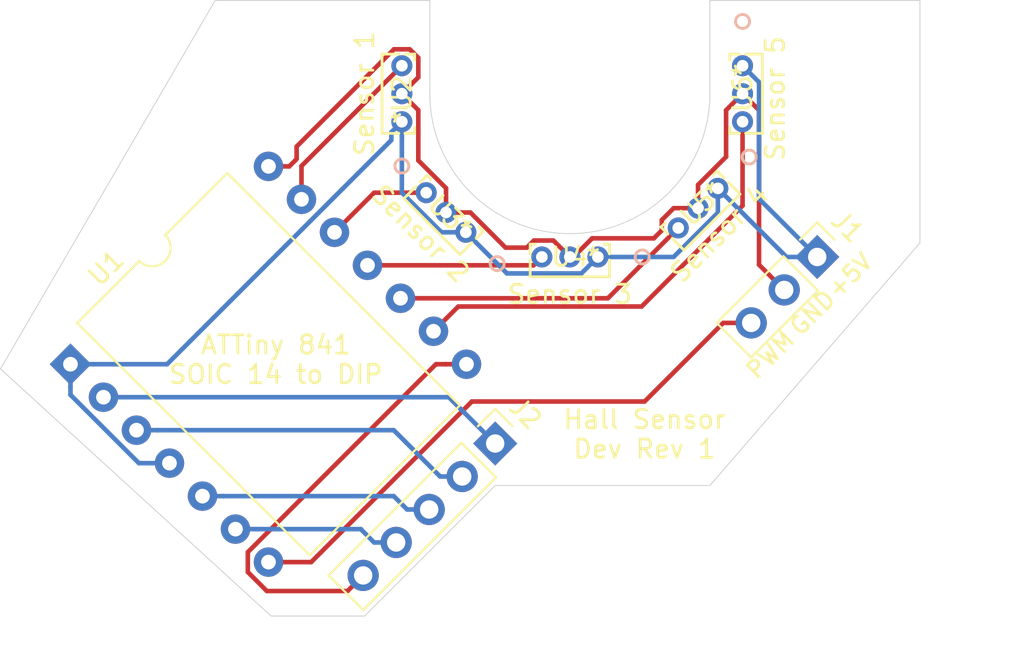
<source format=kicad_pcb>
(kicad_pcb (version 20171130) (host pcbnew "(5.1.2)-2")

  (general
    (thickness 1.6)
    (drawings 17)
    (tracks 101)
    (zones 0)
    (modules 11)
    (nets 14)
  )

  (page A4)
  (layers
    (0 F.Cu signal)
    (31 B.Cu signal)
    (32 B.Adhes user)
    (33 F.Adhes user)
    (34 B.Paste user hide)
    (35 F.Paste user)
    (36 B.SilkS user)
    (37 F.SilkS user)
    (38 B.Mask user)
    (39 F.Mask user)
    (40 Dwgs.User user)
    (41 Cmts.User user)
    (42 Eco1.User user)
    (43 Eco2.User user)
    (44 Edge.Cuts user)
    (45 Margin user)
    (46 B.CrtYd user)
    (47 F.CrtYd user)
    (48 B.Fab user)
    (49 F.Fab user)
  )

  (setup
    (last_trace_width 0.25)
    (trace_clearance 0.2)
    (zone_clearance 0.508)
    (zone_45_only no)
    (trace_min 0.2)
    (via_size 0.8)
    (via_drill 0.4)
    (via_min_size 0.4)
    (via_min_drill 0.3)
    (uvia_size 0.3)
    (uvia_drill 0.1)
    (uvias_allowed no)
    (uvia_min_size 0.2)
    (uvia_min_drill 0.1)
    (edge_width 0.05)
    (segment_width 0.2)
    (pcb_text_width 0.3)
    (pcb_text_size 1.5 1.5)
    (mod_edge_width 0.12)
    (mod_text_size 1 1)
    (mod_text_width 0.15)
    (pad_size 1.524 1.524)
    (pad_drill 0.762)
    (pad_to_mask_clearance 0.051)
    (solder_mask_min_width 0.25)
    (aux_axis_origin 0 0)
    (visible_elements 7FFFFFFF)
    (pcbplotparams
      (layerselection 0x010fc_ffffffff)
      (usegerberextensions false)
      (usegerberattributes false)
      (usegerberadvancedattributes false)
      (creategerberjobfile false)
      (excludeedgelayer true)
      (linewidth 0.100000)
      (plotframeref false)
      (viasonmask false)
      (mode 1)
      (useauxorigin false)
      (hpglpennumber 1)
      (hpglpenspeed 20)
      (hpglpendiameter 15.000000)
      (psnegative false)
      (psa4output false)
      (plotreference true)
      (plotvalue true)
      (plotinvisibletext false)
      (padsonsilk false)
      (subtractmaskfromsilk false)
      (outputformat 1)
      (mirror false)
      (drillshape 0)
      (scaleselection 1)
      (outputdirectory "Gerbers/"))
  )

  (net 0 "")
  (net 1 +5V)
  (net 2 GND)
  (net 3 "Net-(J1-Pad3)")
  (net 4 "Net-(U1-Pad9)")
  (net 5 "Net-(U1-Pad10)")
  (net 6 "Net-(U1-Pad11)")
  (net 7 "Net-(U1-Pad12)")
  (net 8 "Net-(U1-Pad13)")
  (net 9 "Net-(J2-Pad1)")
  (net 10 "Net-(J2-Pad2)")
  (net 11 "Net-(J2-Pad3)")
  (net 12 "Net-(J2-Pad4)")
  (net 13 "Net-(J2-Pad5)")

  (net_class Default "This is the default net class."
    (clearance 0.2)
    (trace_width 0.25)
    (via_dia 0.8)
    (via_drill 0.4)
    (uvia_dia 0.3)
    (uvia_drill 0.1)
    (add_net +5V)
    (add_net GND)
    (add_net "Net-(J1-Pad3)")
    (add_net "Net-(J2-Pad1)")
    (add_net "Net-(J2-Pad2)")
    (add_net "Net-(J2-Pad3)")
    (add_net "Net-(J2-Pad4)")
    (add_net "Net-(J2-Pad5)")
    (add_net "Net-(U1-Pad10)")
    (add_net "Net-(U1-Pad11)")
    (add_net "Net-(U1-Pad12)")
    (add_net "Net-(U1-Pad13)")
    (add_net "Net-(U1-Pad9)")
  )

  (module MountingHole:MountingHole_3.2mm_M3 (layer F.Cu) (tedit 56D1B4CB) (tstamp 5EF41826)
    (at 121.92 102.87)
    (descr "Mounting Hole 3.2mm, no annular, M3")
    (tags "mounting hole 3.2mm no annular m3")
    (attr virtual)
    (fp_text reference REF** (at 0 -4.2) (layer F.SilkS) hide
      (effects (font (size 1 1) (thickness 0.15)))
    )
    (fp_text value MountingHole_3.2mm_M3 (at 0 4.2) (layer F.Fab)
      (effects (font (size 1 1) (thickness 0.15)))
    )
    (fp_circle (center 0 0) (end 3.45 0) (layer F.CrtYd) (width 0.05))
    (fp_circle (center 0 0) (end 3.2 0) (layer Cmts.User) (width 0.15))
    (fp_text user %R (at 0.3 0) (layer F.Fab)
      (effects (font (size 1 1) (thickness 0.15)))
    )
    (pad 1 np_thru_hole circle (at 0 0) (size 3.2 3.2) (drill 3.2) (layers *.Cu *.Mask))
  )

  (module MountingHole:MountingHole_3.2mm_M3 (layer F.Cu) (tedit 56D1B4CB) (tstamp 5EF41809)
    (at 137.16 87.63)
    (descr "Mounting Hole 3.2mm, no annular, M3")
    (tags "mounting hole 3.2mm no annular m3")
    (attr virtual)
    (fp_text reference REF** (at 0 -4.2) (layer F.SilkS) hide
      (effects (font (size 1 1) (thickness 0.15)))
    )
    (fp_text value MountingHole_3.2mm_M3 (at 0 4.2) (layer F.Fab)
      (effects (font (size 1 1) (thickness 0.15)))
    )
    (fp_circle (center 0 0) (end 3.45 0) (layer F.CrtYd) (width 0.05))
    (fp_circle (center 0 0) (end 3.2 0) (layer Cmts.User) (width 0.15))
    (fp_text user %R (at 0.3 0) (layer F.Fab)
      (effects (font (size 1 1) (thickness 0.15)))
    )
    (pad 1 np_thru_hole circle (at 0 0) (size 3.2 3.2) (drill 3.2) (layers *.Cu *.Mask))
  )

  (module MountingHole:MountingHole_3.2mm_M3 (layer F.Cu) (tedit 56D1B4CB) (tstamp 5EF417EC)
    (at 106.68 87.63)
    (descr "Mounting Hole 3.2mm, no annular, M3")
    (tags "mounting hole 3.2mm no annular m3")
    (attr virtual)
    (fp_text reference REF** (at 0 -4.2) (layer F.SilkS) hide
      (effects (font (size 1 1) (thickness 0.15)))
    )
    (fp_text value MountingHole_3.2mm_M3 (at 0 4.2) (layer F.Fab)
      (effects (font (size 1 1) (thickness 0.15)))
    )
    (fp_circle (center 0 0) (end 3.45 0) (layer F.CrtYd) (width 0.05))
    (fp_circle (center 0 0) (end 3.2 0) (layer Cmts.User) (width 0.15))
    (fp_text user %R (at 0.3 0) (layer F.Fab)
      (effects (font (size 1 1) (thickness 0.15)))
    )
    (pad 1 np_thru_hole circle (at 0 0) (size 3.2 3.2) (drill 3.2) (layers *.Cu *.Mask))
  )

  (module Project:DIP-14_W15.24mm (layer F.Cu) (tedit 5EF40393) (tstamp 5EF32AE2)
    (at 94.742 103.632 45)
    (descr "14-lead though-hole mounted DIP package, row spacing 10.16 mm (400 mils)")
    (tags "THT DIP DIL PDIP 2.54mm 10.16mm 400mil")
    (path /5EF2CCF3)
    (fp_text reference U1 (at 5.08 -2.33 45) (layer F.SilkS)
      (effects (font (size 1 1) (thickness 0.15)))
    )
    (fp_text value ATtiny841-SSU (at 5.08 17.57 45) (layer F.Fab)
      (effects (font (size 1 1) (thickness 0.15)))
    )
    (fp_text user %R (at 5.08 7.62 45) (layer F.Fab)
      (effects (font (size 1 1) (thickness 0.15)))
    )
    (fp_line (start 16.33 -1.55) (end -1.05 -1.55) (layer F.CrtYd) (width 0.05))
    (fp_line (start 16.33 16.8) (end 16.33 -1.55) (layer F.CrtYd) (width 0.05))
    (fp_line (start -1.05 16.8) (end 16.33 16.8) (layer F.CrtYd) (width 0.05))
    (fp_line (start -1.05 -1.55) (end -1.05 16.8) (layer F.CrtYd) (width 0.05))
    (fp_line (start 13.395 -1.33) (end 8.62 -1.33) (layer F.SilkS) (width 0.12))
    (fp_line (start 13.395 16.57) (end 13.395 -1.33) (layer F.SilkS) (width 0.12))
    (fp_line (start 1.845 16.57) (end 13.395 16.57) (layer F.SilkS) (width 0.12))
    (fp_line (start 1.845 -1.33) (end 1.845 16.57) (layer F.SilkS) (width 0.12))
    (fp_line (start 6.62 -1.33) (end 1.845 -1.33) (layer F.SilkS) (width 0.12))
    (fp_line (start 1.905 -0.27) (end 2.905 -1.27) (layer F.Fab) (width 0.1))
    (fp_line (start 1.905 16.51) (end 1.905 -0.27) (layer F.Fab) (width 0.1))
    (fp_line (start 13.335 16.51) (end 1.905 16.51) (layer F.Fab) (width 0.1))
    (fp_line (start 13.335 -1.27) (end 13.335 16.51) (layer F.Fab) (width 0.1))
    (fp_line (start 2.905 -1.27) (end 13.335 -1.27) (layer F.Fab) (width 0.1))
    (fp_arc (start 7.62 -1.33) (end 6.62 -1.33) (angle -180) (layer F.SilkS) (width 0.12))
    (pad 14 thru_hole oval (at 15.24 0 45) (size 1.6 1.6) (drill 0.8) (layers *.Cu *.Mask)
      (net 2 GND))
    (pad 7 thru_hole oval (at 0 15.24 45) (size 1.6 1.6) (drill 0.8) (layers *.Cu *.Mask)
      (net 3 "Net-(J1-Pad3)"))
    (pad 13 thru_hole oval (at 15.24 2.54 45) (size 1.6 1.6) (drill 0.8) (layers *.Cu *.Mask)
      (net 8 "Net-(U1-Pad13)"))
    (pad 6 thru_hole oval (at 0 12.7 45) (size 1.6 1.6) (drill 0.8) (layers *.Cu *.Mask)
      (net 12 "Net-(J2-Pad4)"))
    (pad 12 thru_hole oval (at 15.24 5.08 45) (size 1.6 1.6) (drill 0.8) (layers *.Cu *.Mask)
      (net 7 "Net-(U1-Pad12)"))
    (pad 5 thru_hole oval (at 0 10.16 45) (size 1.6 1.6) (drill 0.8) (layers *.Cu *.Mask)
      (net 11 "Net-(J2-Pad3)"))
    (pad 11 thru_hole oval (at 15.24 7.62 45) (size 1.6 1.6) (drill 0.8) (layers *.Cu *.Mask)
      (net 6 "Net-(U1-Pad11)"))
    (pad 4 thru_hole oval (at 0 7.62 45) (size 1.6 1.6) (drill 0.8) (layers *.Cu *.Mask)
      (net 1 +5V))
    (pad 10 thru_hole oval (at 15.24 10.16 45) (size 1.6 1.6) (drill 0.8) (layers *.Cu *.Mask)
      (net 5 "Net-(U1-Pad10)"))
    (pad 3 thru_hole oval (at 0 5.08 45) (size 1.6 1.6) (drill 0.8) (layers *.Cu *.Mask)
      (net 10 "Net-(J2-Pad2)"))
    (pad 9 thru_hole oval (at 15.24 12.7 45) (size 1.6 1.6) (drill 0.8) (layers *.Cu *.Mask)
      (net 4 "Net-(U1-Pad9)"))
    (pad 2 thru_hole oval (at 0 2.54 45) (size 1.6 1.6) (drill 0.8) (layers *.Cu *.Mask)
      (net 9 "Net-(J2-Pad1)"))
    (pad 8 thru_hole oval (at 15.24 15.24 45) (size 1.6 1.6) (drill 0.8) (layers *.Cu *.Mask)
      (net 13 "Net-(J2-Pad5)"))
    (pad 1 thru_hole rect (at 0 0 45) (size 1.6 1.6) (drill 0.8) (layers *.Cu *.Mask)
      (net 1 +5V))
    (model ${KISYS3DMOD}/Package_DIP.3dshapes/DIP-14_W10.16mm.wrl
      (at (xyz 0 0 0))
      (scale (xyz 1 1 1))
      (rotate (xyz 0 0 0))
    )
  )

  (module Connector_PinHeader_2.54mm:PinHeader_1x03_P2.54mm_Vertical (layer F.Cu) (tedit 59FED5CC) (tstamp 5EF32AC2)
    (at 135.382 97.79 315)
    (descr "Through hole straight pin header, 1x03, 2.54mm pitch, single row")
    (tags "Through hole pin header THT 1x03 2.54mm single row")
    (path /5EF42115)
    (fp_text reference J1 (at 0 -2.33 135) (layer F.SilkS)
      (effects (font (size 1 1) (thickness 0.15)))
    )
    (fp_text value Power_Signal (at 0 7.41 135) (layer F.Fab)
      (effects (font (size 1 1) (thickness 0.15)))
    )
    (fp_text user %R (at 0 2.54 45) (layer F.Fab)
      (effects (font (size 1 1) (thickness 0.15)))
    )
    (fp_line (start 1.8 -1.8) (end -1.8 -1.8) (layer F.CrtYd) (width 0.05))
    (fp_line (start 1.8 6.85) (end 1.8 -1.8) (layer F.CrtYd) (width 0.05))
    (fp_line (start -1.8 6.85) (end 1.8 6.85) (layer F.CrtYd) (width 0.05))
    (fp_line (start -1.8 -1.8) (end -1.8 6.85) (layer F.CrtYd) (width 0.05))
    (fp_line (start -1.33 -1.33) (end 0 -1.33) (layer F.SilkS) (width 0.12))
    (fp_line (start -1.33 0) (end -1.33 -1.33) (layer F.SilkS) (width 0.12))
    (fp_line (start -1.33 1.27) (end 1.33 1.27) (layer F.SilkS) (width 0.12))
    (fp_line (start 1.33 1.27) (end 1.33 6.41) (layer F.SilkS) (width 0.12))
    (fp_line (start -1.33 1.27) (end -1.33 6.41) (layer F.SilkS) (width 0.12))
    (fp_line (start -1.33 6.41) (end 1.33 6.41) (layer F.SilkS) (width 0.12))
    (fp_line (start -1.27 -0.635) (end -0.635 -1.27) (layer F.Fab) (width 0.1))
    (fp_line (start -1.27 6.35) (end -1.27 -0.635) (layer F.Fab) (width 0.1))
    (fp_line (start 1.27 6.35) (end -1.27 6.35) (layer F.Fab) (width 0.1))
    (fp_line (start 1.27 -1.27) (end 1.27 6.35) (layer F.Fab) (width 0.1))
    (fp_line (start -0.635 -1.27) (end 1.27 -1.27) (layer F.Fab) (width 0.1))
    (pad 3 thru_hole oval (at 0 5.08 315) (size 1.7 1.7) (drill 1) (layers *.Cu *.Mask)
      (net 3 "Net-(J1-Pad3)"))
    (pad 2 thru_hole oval (at 0 2.54 315) (size 1.7 1.7) (drill 1) (layers *.Cu *.Mask)
      (net 2 GND))
    (pad 1 thru_hole rect (at 0 0 315) (size 1.7 1.7) (drill 1) (layers *.Cu *.Mask)
      (net 1 +5V))
    (model ${KISYS3DMOD}/Connector_PinHeader_2.54mm.3dshapes/PinHeader_1x03_P2.54mm_Vertical.wrl
      (at (xyz 0 0 0))
      (scale (xyz 1 1 1))
      (rotate (xyz 0 0 0))
    )
  )

  (module Project:SS49E (layer F.Cu) (tedit 5EF2E5A9) (tstamp 5EF32AFE)
    (at 112.776 90.17 90)
    (path /5EF2DD3D)
    (fp_text reference U2 (at 1.27 0 90) (layer F.SilkS)
      (effects (font (size 1 1) (thickness 0.15)))
    )
    (fp_text value "Sensor 1" (at 1.27 -2.032 90) (layer F.SilkS)
      (effects (font (size 1 1) (thickness 0.15)))
    )
    (fp_circle (center -2.667 0) (end -2.286 0) (layer B.SilkS) (width 0.1524))
    (fp_circle (center -2.667 0) (end -2.286 0) (layer F.SilkS) (width 0.1524))
    (fp_circle (center 0 -1.905) (end 0.381 -1.905) (layer F.Fab) (width 0.1524))
    (fp_line (start 3.556 -1.2065) (end -1.016 -1.2065) (layer F.CrtYd) (width 0.1524))
    (fp_line (start 3.556 0.8255) (end 3.556 -1.2065) (layer F.CrtYd) (width 0.1524))
    (fp_line (start -1.016 0.8255) (end 3.556 0.8255) (layer F.CrtYd) (width 0.1524))
    (fp_line (start -1.016 -1.2065) (end -1.016 0.8255) (layer F.CrtYd) (width 0.1524))
    (fp_line (start 3.429 -0.165315) (end 3.429 -1.0795) (layer F.SilkS) (width 0.1524))
    (fp_line (start -0.889 0.165315) (end -0.889 0.6985) (layer F.SilkS) (width 0.1524))
    (fp_line (start 3.114237 0.6985) (end 3.429 0.6985) (layer F.SilkS) (width 0.1524))
    (fp_line (start -0.762 -0.9525) (end -0.762 0.5715) (layer F.Fab) (width 0.1524))
    (fp_line (start 3.302 -0.9525) (end -0.762 -0.9525) (layer F.Fab) (width 0.1524))
    (fp_line (start 3.302 0.5715) (end 3.302 -0.9525) (layer F.Fab) (width 0.1524))
    (fp_line (start -0.762 0.5715) (end 3.302 0.5715) (layer F.Fab) (width 0.1524))
    (fp_line (start -0.889 -1.0795) (end -0.889 -0.165315) (layer F.SilkS) (width 0.1524))
    (fp_line (start 3.429 -1.0795) (end -0.889 -1.0795) (layer F.SilkS) (width 0.1524))
    (fp_line (start 3.429 0.6985) (end 3.429 0.165315) (layer F.SilkS) (width 0.1524))
    (fp_line (start -0.889 0.6985) (end -0.574237 0.6985) (layer F.SilkS) (width 0.1524))
    (fp_text user * (at 0 0 90) (layer F.Fab)
      (effects (font (size 1 1) (thickness 0.15)))
    )
    (fp_text user * (at 0 0 90) (layer F.SilkS)
      (effects (font (size 1 1) (thickness 0.15)))
    )
    (fp_text user "Copyright 2016 Accelerated Designs. All rights reserved." (at 0 0 90) (layer Cmts.User)
      (effects (font (size 0.127 0.127) (thickness 0.002)))
    )
    (pad 3 thru_hole circle (at 2.794 0 90) (size 1.143 1.143) (drill 0.635) (layers *.Cu *.Mask)
      (net 8 "Net-(U1-Pad13)"))
    (pad 2 thru_hole circle (at 1.27 0 90) (size 1.143 1.143) (drill 0.635) (layers *.Cu *.Mask)
      (net 2 GND))
    (pad 1 thru_hole circle (at -0.254 0 90) (size 1.143 1.143) (drill 0.635) (layers *.Cu *.Mask)
      (net 1 +5V))
  )

  (module Project:SS49E (layer F.Cu) (tedit 5EF2E5A9) (tstamp 5EF46618)
    (at 116.078 96.266 135)
    (path /5EF2FF40)
    (fp_text reference U3 (at 1.270001 0 135) (layer F.SilkS)
      (effects (font (size 1 1) (thickness 0.15)))
    )
    (fp_text value "Sensor 2" (at 1.436841 -1.796051 135) (layer F.SilkS)
      (effects (font (size 1 1) (thickness 0.15)))
    )
    (fp_circle (center -2.667 0) (end -2.286 0) (layer B.SilkS) (width 0.1524))
    (fp_circle (center -2.667 0) (end -2.286 0) (layer F.SilkS) (width 0.1524))
    (fp_circle (center 0 -1.905) (end 0.381 -1.905) (layer F.Fab) (width 0.1524))
    (fp_line (start 3.556 -1.2065) (end -1.016 -1.2065) (layer F.CrtYd) (width 0.1524))
    (fp_line (start 3.556 0.8255) (end 3.556 -1.2065) (layer F.CrtYd) (width 0.1524))
    (fp_line (start -1.016 0.8255) (end 3.556 0.8255) (layer F.CrtYd) (width 0.1524))
    (fp_line (start -1.016 -1.2065) (end -1.016 0.8255) (layer F.CrtYd) (width 0.1524))
    (fp_line (start 3.429 -0.165315) (end 3.429 -1.0795) (layer F.SilkS) (width 0.1524))
    (fp_line (start -0.889 0.165315) (end -0.889 0.6985) (layer F.SilkS) (width 0.1524))
    (fp_line (start 3.114237 0.6985) (end 3.429 0.6985) (layer F.SilkS) (width 0.1524))
    (fp_line (start -0.762 -0.9525) (end -0.762 0.5715) (layer F.Fab) (width 0.1524))
    (fp_line (start 3.302 -0.9525) (end -0.762 -0.9525) (layer F.Fab) (width 0.1524))
    (fp_line (start 3.302 0.5715) (end 3.302 -0.9525) (layer F.Fab) (width 0.1524))
    (fp_line (start -0.762 0.5715) (end 3.302 0.5715) (layer F.Fab) (width 0.1524))
    (fp_line (start -0.889 -1.0795) (end -0.889 -0.165315) (layer F.SilkS) (width 0.1524))
    (fp_line (start 3.429 -1.0795) (end -0.889 -1.0795) (layer F.SilkS) (width 0.1524))
    (fp_line (start 3.429 0.6985) (end 3.429 0.165315) (layer F.SilkS) (width 0.1524))
    (fp_line (start -0.889 0.6985) (end -0.574237 0.6985) (layer F.SilkS) (width 0.1524))
    (fp_text user * (at 0 0 135) (layer F.SilkS)
      (effects (font (size 1 1) (thickness 0.15)))
    )
    (fp_text user * (at 0 0 135) (layer F.SilkS)
      (effects (font (size 1 1) (thickness 0.15)))
    )
    (fp_text user "Copyright 2016 Accelerated Designs. All rights reserved." (at 0 0 135) (layer Cmts.User)
      (effects (font (size 0.127 0.127) (thickness 0.002)))
    )
    (pad 3 thru_hole circle (at 2.794 0 135) (size 1.143 1.143) (drill 0.635) (layers *.Cu *.Mask)
      (net 7 "Net-(U1-Pad12)"))
    (pad 2 thru_hole circle (at 1.27 0 135) (size 1.143 1.143) (drill 0.635) (layers *.Cu *.Mask)
      (net 2 GND))
    (pad 1 thru_hole circle (at -0.254 0 135) (size 1.143 1.143) (drill 0.635) (layers *.Cu *.Mask)
      (net 1 +5V))
  )

  (module Project:SS49E (layer F.Cu) (tedit 5EF2E5A9) (tstamp 5EF32B36)
    (at 123.19 97.79 180)
    (path /5EF3088F)
    (fp_text reference U4 (at 1.27 0) (layer F.SilkS)
      (effects (font (size 1 1) (thickness 0.15)))
    )
    (fp_text value "Sensor 3" (at 1.27 -2.032) (layer F.SilkS)
      (effects (font (size 1 1) (thickness 0.15)))
    )
    (fp_circle (center -2.667 0) (end -2.286 0) (layer B.SilkS) (width 0.1524))
    (fp_circle (center -2.667 0) (end -2.286 0) (layer F.SilkS) (width 0.1524))
    (fp_circle (center 0 -1.905) (end 0.381 -1.905) (layer F.Fab) (width 0.1524))
    (fp_line (start 3.556 -1.2065) (end -1.016 -1.2065) (layer F.CrtYd) (width 0.1524))
    (fp_line (start 3.556 0.8255) (end 3.556 -1.2065) (layer F.CrtYd) (width 0.1524))
    (fp_line (start -1.016 0.8255) (end 3.556 0.8255) (layer F.CrtYd) (width 0.1524))
    (fp_line (start -1.016 -1.2065) (end -1.016 0.8255) (layer F.CrtYd) (width 0.1524))
    (fp_line (start 3.429 -0.165315) (end 3.429 -1.0795) (layer F.SilkS) (width 0.1524))
    (fp_line (start -0.889 0.165315) (end -0.889 0.6985) (layer F.SilkS) (width 0.1524))
    (fp_line (start 3.114237 0.6985) (end 3.429 0.6985) (layer F.SilkS) (width 0.1524))
    (fp_line (start -0.762 -0.9525) (end -0.762 0.5715) (layer F.Fab) (width 0.1524))
    (fp_line (start 3.302 -0.9525) (end -0.762 -0.9525) (layer F.Fab) (width 0.1524))
    (fp_line (start 3.302 0.5715) (end 3.302 -0.9525) (layer F.Fab) (width 0.1524))
    (fp_line (start -0.762 0.5715) (end 3.302 0.5715) (layer F.Fab) (width 0.1524))
    (fp_line (start -0.889 -1.0795) (end -0.889 -0.165315) (layer F.SilkS) (width 0.1524))
    (fp_line (start 3.429 -1.0795) (end -0.889 -1.0795) (layer F.SilkS) (width 0.1524))
    (fp_line (start 3.429 0.6985) (end 3.429 0.165315) (layer F.SilkS) (width 0.1524))
    (fp_line (start -0.889 0.6985) (end -0.574237 0.6985) (layer F.SilkS) (width 0.1524))
    (fp_text user * (at 0 0) (layer F.Fab)
      (effects (font (size 1 1) (thickness 0.15)))
    )
    (fp_text user * (at 0 0) (layer F.SilkS)
      (effects (font (size 1 1) (thickness 0.15)))
    )
    (fp_text user "Copyright 2016 Accelerated Designs. All rights reserved." (at 0 0) (layer Cmts.User)
      (effects (font (size 0.127 0.127) (thickness 0.002)))
    )
    (pad 3 thru_hole circle (at 2.794 0 180) (size 1.143 1.143) (drill 0.635) (layers *.Cu *.Mask)
      (net 6 "Net-(U1-Pad11)"))
    (pad 2 thru_hole circle (at 1.27 0 180) (size 1.143 1.143) (drill 0.635) (layers *.Cu *.Mask)
      (net 2 GND))
    (pad 1 thru_hole circle (at -0.254 0 180) (size 1.143 1.143) (drill 0.635) (layers *.Cu *.Mask)
      (net 1 +5V))
  )

  (module Project:SS49E (layer F.Cu) (tedit 5EF2E5A9) (tstamp 5EF32B52)
    (at 129.794 94.234 225)
    (path /5EF30FFA)
    (fp_text reference U5 (at 1.270001 0 45) (layer F.SilkS)
      (effects (font (size 1 1) (thickness 0.15)))
    )
    (fp_text value "Sensor 4" (at 1.436841 -1.796051 45) (layer F.SilkS)
      (effects (font (size 1 1) (thickness 0.15)))
    )
    (fp_circle (center -2.667 0) (end -2.286 0) (layer B.SilkS) (width 0.1524))
    (fp_circle (center -2.667 0) (end -2.286 0) (layer F.SilkS) (width 0.1524))
    (fp_circle (center 0 -1.905) (end 0.381 -1.905) (layer F.Fab) (width 0.1524))
    (fp_line (start 3.556 -1.2065) (end -1.016 -1.2065) (layer F.CrtYd) (width 0.1524))
    (fp_line (start 3.556 0.8255) (end 3.556 -1.2065) (layer F.CrtYd) (width 0.1524))
    (fp_line (start -1.016 0.8255) (end 3.556 0.8255) (layer F.CrtYd) (width 0.1524))
    (fp_line (start -1.016 -1.2065) (end -1.016 0.8255) (layer F.CrtYd) (width 0.1524))
    (fp_line (start 3.429 -0.165315) (end 3.429 -1.0795) (layer F.SilkS) (width 0.1524))
    (fp_line (start -0.889 0.165315) (end -0.889 0.6985) (layer F.SilkS) (width 0.1524))
    (fp_line (start 3.114237 0.6985) (end 3.429 0.6985) (layer F.SilkS) (width 0.1524))
    (fp_line (start -0.762 -0.9525) (end -0.762 0.5715) (layer F.Fab) (width 0.1524))
    (fp_line (start 3.302 -0.9525) (end -0.762 -0.9525) (layer F.Fab) (width 0.1524))
    (fp_line (start 3.302 0.5715) (end 3.302 -0.9525) (layer F.Fab) (width 0.1524))
    (fp_line (start -0.762 0.5715) (end 3.302 0.5715) (layer F.Fab) (width 0.1524))
    (fp_line (start -0.889 -1.0795) (end -0.889 -0.165315) (layer F.SilkS) (width 0.1524))
    (fp_line (start 3.429 -1.0795) (end -0.889 -1.0795) (layer F.SilkS) (width 0.1524))
    (fp_line (start 3.429 0.6985) (end 3.429 0.165315) (layer F.SilkS) (width 0.1524))
    (fp_line (start -0.889 0.6985) (end -0.574237 0.6985) (layer F.SilkS) (width 0.1524))
    (fp_text user * (at 0 0 45) (layer F.SilkS)
      (effects (font (size 1 1) (thickness 0.15)))
    )
    (fp_text user * (at 0 0 45) (layer F.SilkS)
      (effects (font (size 1 1) (thickness 0.15)))
    )
    (fp_text user "Copyright 2016 Accelerated Designs. All rights reserved." (at 0 0 45) (layer Cmts.User)
      (effects (font (size 0.127 0.127) (thickness 0.002)))
    )
    (pad 3 thru_hole circle (at 2.794 0 225) (size 1.143 1.143) (drill 0.635) (layers *.Cu *.Mask)
      (net 5 "Net-(U1-Pad10)"))
    (pad 2 thru_hole circle (at 1.27 0 225) (size 1.143 1.143) (drill 0.635) (layers *.Cu *.Mask)
      (net 2 GND))
    (pad 1 thru_hole circle (at -0.254 0 225) (size 1.143 1.143) (drill 0.635) (layers *.Cu *.Mask)
      (net 1 +5V))
  )

  (module Project:SS49E (layer F.Cu) (tedit 5EF2E5A9) (tstamp 5EF32B6E)
    (at 131.318 87.63 270)
    (path /5EF31415)
    (fp_text reference U6 (at 1.27 0 90) (layer F.SilkS)
      (effects (font (size 1 1) (thickness 0.15)))
    )
    (fp_text value "Sensor 5" (at 1.524 -1.778 90) (layer F.SilkS)
      (effects (font (size 1 1) (thickness 0.15)))
    )
    (fp_circle (center -2.667 0) (end -2.286 0) (layer B.SilkS) (width 0.1524))
    (fp_circle (center -2.667 0) (end -2.286 0) (layer F.SilkS) (width 0.1524))
    (fp_circle (center 0 -1.905) (end 0.381 -1.905) (layer F.Fab) (width 0.1524))
    (fp_line (start 3.556 -1.2065) (end -1.016 -1.2065) (layer F.CrtYd) (width 0.1524))
    (fp_line (start 3.556 0.8255) (end 3.556 -1.2065) (layer F.CrtYd) (width 0.1524))
    (fp_line (start -1.016 0.8255) (end 3.556 0.8255) (layer F.CrtYd) (width 0.1524))
    (fp_line (start -1.016 -1.2065) (end -1.016 0.8255) (layer F.CrtYd) (width 0.1524))
    (fp_line (start 3.429 -0.165315) (end 3.429 -1.0795) (layer F.SilkS) (width 0.1524))
    (fp_line (start -0.889 0.165315) (end -0.889 0.6985) (layer F.SilkS) (width 0.1524))
    (fp_line (start 3.114237 0.6985) (end 3.429 0.6985) (layer F.SilkS) (width 0.1524))
    (fp_line (start -0.762 -0.9525) (end -0.762 0.5715) (layer F.Fab) (width 0.1524))
    (fp_line (start 3.302 -0.9525) (end -0.762 -0.9525) (layer F.Fab) (width 0.1524))
    (fp_line (start 3.302 0.5715) (end 3.302 -0.9525) (layer F.Fab) (width 0.1524))
    (fp_line (start -0.762 0.5715) (end 3.302 0.5715) (layer F.Fab) (width 0.1524))
    (fp_line (start -0.889 -1.0795) (end -0.889 -0.165315) (layer F.SilkS) (width 0.1524))
    (fp_line (start 3.429 -1.0795) (end -0.889 -1.0795) (layer F.SilkS) (width 0.1524))
    (fp_line (start 3.429 0.6985) (end 3.429 0.165315) (layer F.SilkS) (width 0.1524))
    (fp_line (start -0.889 0.6985) (end -0.574237 0.6985) (layer F.SilkS) (width 0.1524))
    (fp_text user * (at 0 0 90) (layer F.Fab)
      (effects (font (size 1 1) (thickness 0.15)))
    )
    (fp_text user * (at 0 0 90) (layer F.SilkS)
      (effects (font (size 1 1) (thickness 0.15)))
    )
    (fp_text user "Copyright 2016 Accelerated Designs. All rights reserved." (at 0 0 90) (layer Cmts.User)
      (effects (font (size 0.127 0.127) (thickness 0.002)))
    )
    (pad 3 thru_hole circle (at 2.794 0 270) (size 1.143 1.143) (drill 0.635) (layers *.Cu *.Mask)
      (net 4 "Net-(U1-Pad9)"))
    (pad 2 thru_hole circle (at 1.27 0 270) (size 1.143 1.143) (drill 0.635) (layers *.Cu *.Mask)
      (net 2 GND))
    (pad 1 thru_hole circle (at -0.254 0 270) (size 1.143 1.143) (drill 0.635) (layers *.Cu *.Mask)
      (net 1 +5V))
  )

  (module Connector_PinHeader_2.54mm:PinHeader_1x05_P2.54mm_Vertical (layer F.Cu) (tedit 59FED5CC) (tstamp 5EF413EF)
    (at 117.856 107.95 315)
    (descr "Through hole straight pin header, 1x05, 2.54mm pitch, single row")
    (tags "Through hole pin header THT 1x05 2.54mm single row")
    (path /5EF4F89D)
    (fp_text reference J2 (at 0 -2.33 135) (layer F.SilkS)
      (effects (font (size 1 1) (thickness 0.15)))
    )
    (fp_text value Breakout (at 0 12.49 135) (layer F.Fab)
      (effects (font (size 1 1) (thickness 0.15)))
    )
    (fp_line (start -0.635 -1.27) (end 1.27 -1.27) (layer F.Fab) (width 0.1))
    (fp_line (start 1.27 -1.27) (end 1.27 11.43) (layer F.Fab) (width 0.1))
    (fp_line (start 1.27 11.43) (end -1.27 11.43) (layer F.Fab) (width 0.1))
    (fp_line (start -1.27 11.43) (end -1.27 -0.635) (layer F.Fab) (width 0.1))
    (fp_line (start -1.27 -0.635) (end -0.635 -1.27) (layer F.Fab) (width 0.1))
    (fp_line (start -1.33 11.49) (end 1.33 11.49) (layer F.SilkS) (width 0.12))
    (fp_line (start -1.33 1.27) (end -1.33 11.49) (layer F.SilkS) (width 0.12))
    (fp_line (start 1.33 1.27) (end 1.33 11.49) (layer F.SilkS) (width 0.12))
    (fp_line (start -1.33 1.27) (end 1.33 1.27) (layer F.SilkS) (width 0.12))
    (fp_line (start -1.33 0) (end -1.33 -1.33) (layer F.SilkS) (width 0.12))
    (fp_line (start -1.33 -1.33) (end 0 -1.33) (layer F.SilkS) (width 0.12))
    (fp_line (start -1.8 -1.8) (end -1.8 11.95) (layer F.CrtYd) (width 0.05))
    (fp_line (start -1.8 11.95) (end 1.8 11.95) (layer F.CrtYd) (width 0.05))
    (fp_line (start 1.8 11.95) (end 1.8 -1.8) (layer F.CrtYd) (width 0.05))
    (fp_line (start 1.8 -1.8) (end -1.8 -1.8) (layer F.CrtYd) (width 0.05))
    (fp_text user %R (at 0 5.08 45) (layer F.Fab)
      (effects (font (size 1 1) (thickness 0.15)))
    )
    (pad 1 thru_hole rect (at 0 0 315) (size 1.7 1.7) (drill 1) (layers *.Cu *.Mask)
      (net 9 "Net-(J2-Pad1)"))
    (pad 2 thru_hole oval (at 0 2.54 315) (size 1.7 1.7) (drill 1) (layers *.Cu *.Mask)
      (net 10 "Net-(J2-Pad2)"))
    (pad 3 thru_hole oval (at 0 5.08 315) (size 1.7 1.7) (drill 1) (layers *.Cu *.Mask)
      (net 11 "Net-(J2-Pad3)"))
    (pad 4 thru_hole oval (at 0 7.62 315) (size 1.7 1.7) (drill 1) (layers *.Cu *.Mask)
      (net 12 "Net-(J2-Pad4)"))
    (pad 5 thru_hole oval (at 0 10.16 315) (size 1.7 1.7) (drill 1) (layers *.Cu *.Mask)
      (net 13 "Net-(J2-Pad5)"))
    (model ${KISYS3DMOD}/Connector_PinHeader_2.54mm.3dshapes/PinHeader_1x05_P2.54mm_Vertical.wrl
      (at (xyz 0 0 0))
      (scale (xyz 1 1 1))
      (rotate (xyz 0 0 0))
    )
  )

  (gr_text "Hall Sensor\nDev Rev 1" (at 125.984 107.442) (layer F.SilkS)
    (effects (font (size 1 1) (thickness 0.15)))
  )
  (gr_text "ATTiny 841\nSOIC 14 to DIP" (at 105.918 103.378) (layer F.SilkS)
    (effects (font (size 1 1) (thickness 0.15)))
  )
  (gr_text PWM (at 132.842 103.124 45) (layer F.SilkS)
    (effects (font (size 0.9144 0.9144) (thickness 0.14605)))
  )
  (gr_text "GND\n" (at 135.128 100.838 45) (layer F.SilkS)
    (effects (font (size 0.9144 0.9144) (thickness 0.14605)))
  )
  (gr_text "+5V\n" (at 137.16 98.806 45) (layer F.SilkS)
    (effects (font (size 0.9144 0.9144) (thickness 0.14605)))
  )
  (gr_line (start 114.3 83.82) (end 102.616 83.82) (layer Edge.Cuts) (width 0.05) (tstamp 5EF46512))
  (gr_line (start 114.3 88.9) (end 114.3 83.82) (layer Edge.Cuts) (width 0.05))
  (gr_line (start 129.54 88.9) (end 129.54 83.82) (layer Edge.Cuts) (width 0.05))
  (gr_arc (start 121.92 88.9) (end 114.3 88.9) (angle -180) (layer Edge.Cuts) (width 0.05))
  (gr_line (start 90.932 103.886) (end 105.664 117.348) (layer Edge.Cuts) (width 0.05))
  (gr_line (start 102.616 83.82) (end 90.932 103.886) (layer Edge.Cuts) (width 0.05))
  (gr_line (start 140.97 97.028) (end 140.97 83.82) (layer Edge.Cuts) (width 0.05) (tstamp 5EF464C0))
  (gr_line (start 129.54 110.236) (end 140.97 97.028) (layer Edge.Cuts) (width 0.05))
  (gr_line (start 117.856 110.236) (end 129.54 110.236) (layer Edge.Cuts) (width 0.05))
  (gr_line (start 110.744 117.348) (end 117.856 110.236) (layer Edge.Cuts) (width 0.05))
  (gr_line (start 105.664 117.348) (end 110.744 117.348) (layer Edge.Cuts) (width 0.05))
  (gr_line (start 140.97 83.82) (end 129.54 83.82) (layer Edge.Cuts) (width 0.05))

  (segment (start 133.70921 97.79) (end 129.973605 94.054395) (width 0.25) (layer B.Cu) (net 1))
  (segment (start 135.382 97.79) (end 133.70921 97.79) (width 0.25) (layer B.Cu) (net 1))
  (segment (start 127.564822 97.79) (end 123.444 97.79) (width 0.25) (layer B.Cu) (net 1))
  (segment (start 129.973605 94.054395) (end 129.973605 95.381217) (width 0.25) (layer B.Cu) (net 1))
  (segment (start 129.973605 95.381217) (end 127.564822 97.79) (width 0.25) (layer B.Cu) (net 1))
  (segment (start 116.829104 97.017104) (end 116.257605 96.445605) (width 0.25) (layer B.Cu) (net 1))
  (segment (start 118.498501 98.686501) (end 116.829104 97.017104) (width 0.25) (layer B.Cu) (net 1))
  (segment (start 122.547499 98.686501) (end 118.498501 98.686501) (width 0.25) (layer B.Cu) (net 1))
  (segment (start 123.444 97.79) (end 122.547499 98.686501) (width 0.25) (layer B.Cu) (net 1))
  (segment (start 112.776 91.232223) (end 112.776 90.424) (width 0.25) (layer B.Cu) (net 1))
  (segment (start 112.776 94.290822) (end 112.776 91.232223) (width 0.25) (layer B.Cu) (net 1))
  (segment (start 114.930783 96.445605) (end 112.776 94.290822) (width 0.25) (layer B.Cu) (net 1))
  (segment (start 116.257605 96.445605) (end 114.930783 96.445605) (width 0.25) (layer B.Cu) (net 1))
  (segment (start 95.973371 103.632) (end 94.742 103.632) (width 0.25) (layer B.Cu) (net 1))
  (segment (start 99.999105 103.632) (end 95.973371 103.632) (width 0.25) (layer B.Cu) (net 1))
  (segment (start 112.204501 91.426604) (end 99.999105 103.632) (width 0.25) (layer B.Cu) (net 1))
  (segment (start 112.204501 90.995499) (end 112.204501 91.426604) (width 0.25) (layer B.Cu) (net 1))
  (segment (start 112.776 90.424) (end 112.204501 90.995499) (width 0.25) (layer B.Cu) (net 1))
  (segment (start 131.889499 87.947499) (end 131.318 87.376) (width 0.25) (layer B.Cu) (net 1))
  (segment (start 132.214501 88.272501) (end 131.889499 87.947499) (width 0.25) (layer B.Cu) (net 1))
  (segment (start 132.214501 94.622501) (end 132.214501 88.272501) (width 0.25) (layer B.Cu) (net 1))
  (segment (start 135.382 97.79) (end 132.214501 94.622501) (width 0.25) (layer B.Cu) (net 1))
  (segment (start 94.742 104.863371) (end 94.742 103.632) (width 0.25) (layer B.Cu) (net 1))
  (segment (start 94.742 105.297002) (end 94.742 104.863371) (width 0.25) (layer B.Cu) (net 1))
  (segment (start 98.465152 109.020154) (end 94.742 105.297002) (width 0.25) (layer B.Cu) (net 1))
  (segment (start 100.130154 109.020154) (end 98.465152 109.020154) (width 0.25) (layer B.Cu) (net 1))
  (segment (start 130.421499 89.796501) (end 130.421499 92.336501) (width 0.25) (layer F.Cu) (net 2))
  (segment (start 131.318 88.9) (end 130.421499 89.796501) (width 0.25) (layer F.Cu) (net 2))
  (segment (start 128.895974 93.862026) (end 128.895974 95.132026) (width 0.25) (layer F.Cu) (net 2))
  (segment (start 130.421499 92.336501) (end 128.895974 93.862026) (width 0.25) (layer F.Cu) (net 2))
  (segment (start 128.087751 95.132026) (end 128.895974 95.132026) (width 0.25) (layer F.Cu) (net 2))
  (segment (start 122.117178 97.79) (end 123.133178 96.774) (width 0.25) (layer F.Cu) (net 2))
  (segment (start 127.569152 95.132026) (end 128.087751 95.132026) (width 0.25) (layer F.Cu) (net 2))
  (segment (start 123.133178 96.774) (end 126.492 96.774) (width 0.25) (layer F.Cu) (net 2))
  (segment (start 126.492 96.774) (end 126.921843 96.344157) (width 0.25) (layer F.Cu) (net 2))
  (segment (start 121.92 97.79) (end 122.117178 97.79) (width 0.25) (layer F.Cu) (net 2))
  (segment (start 126.921843 96.344157) (end 126.921843 95.779335) (width 0.25) (layer F.Cu) (net 2))
  (segment (start 126.921843 95.779335) (end 127.569152 95.132026) (width 0.25) (layer F.Cu) (net 2))
  (segment (start 115.988197 95.367974) (end 115.179974 95.367974) (width 0.25) (layer F.Cu) (net 2))
  (segment (start 121.92 97.79) (end 121.023499 96.893499) (width 0.25) (layer F.Cu) (net 2))
  (segment (start 121.023499 96.893499) (end 119.965679 96.893499) (width 0.25) (layer F.Cu) (net 2))
  (segment (start 119.965679 96.893499) (end 119.577178 97.282) (width 0.25) (layer F.Cu) (net 2))
  (segment (start 119.577178 97.282) (end 118.420822 97.282) (width 0.25) (layer F.Cu) (net 2))
  (segment (start 118.420822 97.282) (end 116.506796 95.367974) (width 0.25) (layer F.Cu) (net 2))
  (segment (start 116.506796 95.367974) (end 115.988197 95.367974) (width 0.25) (layer F.Cu) (net 2))
  (segment (start 115.179974 94.559751) (end 115.179974 95.367974) (width 0.25) (layer F.Cu) (net 2))
  (segment (start 115.179974 94.041152) (end 115.179974 94.559751) (width 0.25) (layer F.Cu) (net 2))
  (segment (start 113.672501 92.533679) (end 115.179974 94.041152) (width 0.25) (layer F.Cu) (net 2))
  (segment (start 113.672501 89.796501) (end 113.672501 92.533679) (width 0.25) (layer F.Cu) (net 2))
  (segment (start 112.776 88.9) (end 113.672501 89.796501) (width 0.25) (layer F.Cu) (net 2))
  (segment (start 113.347499 88.328501) (end 112.776 88.9) (width 0.25) (layer F.Cu) (net 2))
  (segment (start 113.672501 86.945679) (end 113.672501 88.003499) (width 0.25) (layer F.Cu) (net 2))
  (segment (start 113.206321 86.479499) (end 113.672501 86.945679) (width 0.25) (layer F.Cu) (net 2))
  (segment (start 112.345679 86.479499) (end 113.206321 86.479499) (width 0.25) (layer F.Cu) (net 2))
  (segment (start 113.672501 88.003499) (end 113.347499 88.328501) (width 0.25) (layer F.Cu) (net 2))
  (segment (start 107.04937 91.775808) (end 112.345679 86.479499) (width 0.25) (layer F.Cu) (net 2))
  (segment (start 107.04937 92.456) (end 107.04937 91.775808) (width 0.25) (layer F.Cu) (net 2))
  (segment (start 106.649677 92.855693) (end 107.04937 92.456) (width 0.25) (layer F.Cu) (net 2))
  (segment (start 105.518307 92.855693) (end 106.649677 92.855693) (width 0.25) (layer F.Cu) (net 2))
  (segment (start 131.889499 89.471499) (end 131.318 88.9) (width 0.25) (layer F.Cu) (net 2))
  (segment (start 132.214501 89.796501) (end 131.889499 89.471499) (width 0.25) (layer F.Cu) (net 2))
  (segment (start 132.214501 98.214603) (end 132.214501 89.796501) (width 0.25) (layer F.Cu) (net 2))
  (segment (start 133.585949 99.586051) (end 132.214501 98.214603) (width 0.25) (layer F.Cu) (net 2))
  (segment (start 130.265898 101.382102) (end 131.789898 101.382102) (width 0.25) (layer F.Cu) (net 3))
  (segment (start 116.586 105.664) (end 125.984 105.664) (width 0.25) (layer F.Cu) (net 3))
  (segment (start 105.518307 114.408307) (end 107.841693 114.408307) (width 0.25) (layer F.Cu) (net 3))
  (segment (start 107.841693 114.408307) (end 116.586 105.664) (width 0.25) (layer F.Cu) (net 3))
  (segment (start 130.265898 101.382102) (end 125.984 105.664) (width 0.25) (layer F.Cu) (net 3))
  (segment (start 115.844604 100.489908) (end 125.824092 100.489908) (width 0.25) (layer F.Cu) (net 4))
  (segment (start 114.498563 101.835949) (end 115.844604 100.489908) (width 0.25) (layer F.Cu) (net 4))
  (segment (start 131.318 94.996) (end 131.318 90.424) (width 0.25) (layer F.Cu) (net 4))
  (segment (start 125.824092 100.489908) (end 131.318 94.996) (width 0.25) (layer F.Cu) (net 4))
  (segment (start 123.988102 100.039898) (end 127.818344 96.209656) (width 0.25) (layer F.Cu) (net 5))
  (segment (start 112.702512 100.039898) (end 123.988102 100.039898) (width 0.25) (layer F.Cu) (net 5))
  (segment (start 119.942154 98.243846) (end 120.396 97.79) (width 0.25) (layer F.Cu) (net 6))
  (segment (start 110.906461 98.243846) (end 119.942154 98.243846) (width 0.25) (layer F.Cu) (net 6))
  (segment (start 111.267861 94.290344) (end 114.102344 94.290344) (width 0.25) (layer F.Cu) (net 7))
  (segment (start 109.11041 96.447795) (end 111.267861 94.290344) (width 0.25) (layer F.Cu) (net 7))
  (segment (start 107.314359 92.837641) (end 112.776 87.376) (width 0.25) (layer F.Cu) (net 8))
  (segment (start 107.314359 94.651744) (end 107.314359 92.837641) (width 0.25) (layer F.Cu) (net 8))
  (segment (start 115.334051 105.428051) (end 96.538051 105.428051) (width 0.25) (layer B.Cu) (net 9))
  (segment (start 117.856 107.95) (end 115.334051 105.428051) (width 0.25) (layer B.Cu) (net 9))
  (segment (start 99.465472 107.224102) (end 98.334102 107.224102) (width 0.25) (layer B.Cu) (net 10))
  (segment (start 112.335919 107.224102) (end 99.465472 107.224102) (width 0.25) (layer B.Cu) (net 10))
  (segment (start 114.857868 109.746051) (end 112.335919 107.224102) (width 0.25) (layer B.Cu) (net 10))
  (segment (start 116.059949 109.746051) (end 114.857868 109.746051) (width 0.25) (layer B.Cu) (net 10))
  (segment (start 103.057575 110.816205) (end 101.926205 110.816205) (width 0.25) (layer B.Cu) (net 11))
  (segment (start 112.33592 110.816205) (end 103.057575 110.816205) (width 0.25) (layer B.Cu) (net 11))
  (segment (start 113.061817 111.542102) (end 112.33592 110.816205) (width 0.25) (layer B.Cu) (net 11))
  (segment (start 114.263898 111.542102) (end 113.061817 111.542102) (width 0.25) (layer B.Cu) (net 11))
  (segment (start 104.853626 112.612256) (end 103.722256 112.612256) (width 0.25) (layer B.Cu) (net 12))
  (segment (start 110.539867 112.612256) (end 104.853626 112.612256) (width 0.25) (layer B.Cu) (net 12))
  (segment (start 111.265765 113.338154) (end 110.539867 112.612256) (width 0.25) (layer B.Cu) (net 12))
  (segment (start 112.467846 113.338154) (end 111.265765 113.338154) (width 0.25) (layer B.Cu) (net 12))
  (segment (start 115.163245 103.632) (end 116.294615 103.632) (width 0.25) (layer F.Cu) (net 13))
  (segment (start 104.393306 113.868306) (end 114.629612 103.632) (width 0.25) (layer F.Cu) (net 13))
  (segment (start 104.393306 114.948308) (end 104.393306 113.868306) (width 0.25) (layer F.Cu) (net 13))
  (segment (start 105.429202 115.984204) (end 104.393306 114.948308) (width 0.25) (layer F.Cu) (net 13))
  (segment (start 109.821796 115.984204) (end 105.429202 115.984204) (width 0.25) (layer F.Cu) (net 13))
  (segment (start 114.629612 103.632) (end 115.163245 103.632) (width 0.25) (layer F.Cu) (net 13))
  (segment (start 110.671795 115.134205) (end 109.821796 115.984204) (width 0.25) (layer F.Cu) (net 13))

)

</source>
